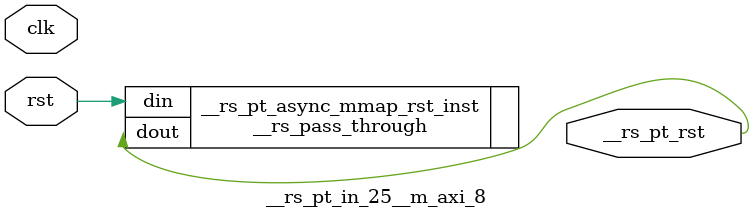
<source format=v>
`timescale 1 ns / 1 ps
/**   Generated by RapidStream   **/
module __rs_pt_in_25__m_axi_8 #(
    parameter BufferSize         = 32,
    parameter BufferSizeLog      = 5,
    parameter AddrWidth          = 64,
    parameter AxiSideAddrWidth   = 64,
    parameter DataWidth          = 512,
    parameter DataWidthBytesLog  = 6,
    parameter WaitTimeWidth      = 4,
    parameter BurstLenWidth      = 8,
    parameter EnableReadChannel  = 1,
    parameter EnableWriteChannel = 1,
    parameter MaxWaitTime        = 3,
    parameter MaxBurstLen        = 15
) (
    output wire __rs_pt_rst,
    input wire  clk,
    input wire  rst
);




__rs_pass_through #(
    .WIDTH (1)
) __rs_pt_async_mmap_rst_inst /**   Generated by RapidStream   **/ (
    .din  (rst),
    .dout (__rs_pt_rst)
);

endmodule  // __rs_pt_in_25__m_axi_8
</source>
